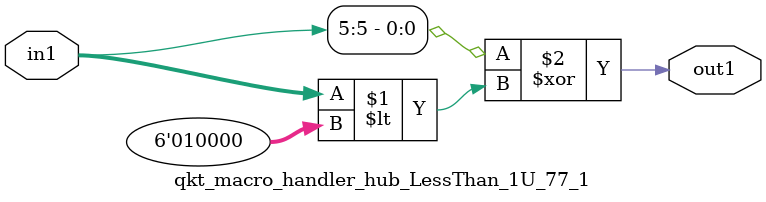
<source format=v>

`timescale 1ps / 1ps


module qkt_macro_handler_hub_LessThan_1U_77_1( in1, out1 );

    input [5:0] in1;
    output out1;

    
    // rtl_process:qkt_macro_handler_hub_LessThan_1U_77_1/qkt_macro_handler_hub_LessThan_1U_77_1_thread_1
    assign out1 = (in1[5] ^ in1 < 6'd16);

endmodule



</source>
